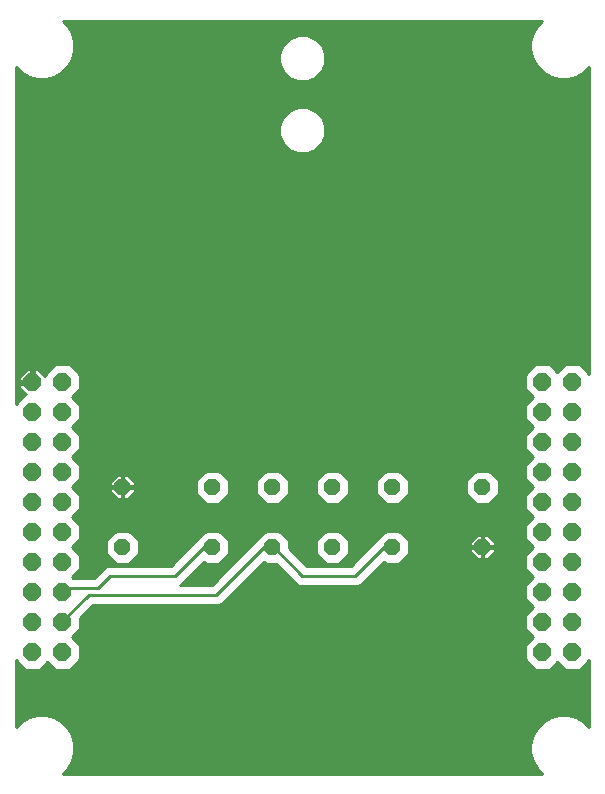
<source format=gbl>
G75*
G70*
%OFA0B0*%
%FSLAX24Y24*%
%IPPOS*%
%LPD*%
%AMOC8*
5,1,8,0,0,1.08239X$1,22.5*
%
%ADD10OC8,0.0520*%
%ADD11OC8,0.0594*%
%ADD12C,0.0100*%
D10*
X004150Y008150D03*
X004150Y010150D03*
X007150Y010150D03*
X007150Y008150D03*
X009150Y008150D03*
X009150Y010150D03*
X011150Y010150D03*
X011150Y008150D03*
X013150Y008150D03*
X013150Y010150D03*
X016150Y010150D03*
X016150Y008150D03*
D11*
X018150Y007650D03*
X018150Y006650D03*
X018150Y005650D03*
X018150Y004650D03*
X019150Y004650D03*
X019150Y005650D03*
X019150Y006650D03*
X019150Y007650D03*
X019150Y008650D03*
X019150Y009650D03*
X019150Y010650D03*
X019150Y011650D03*
X019150Y012650D03*
X019150Y013650D03*
X018150Y013650D03*
X018150Y012650D03*
X018150Y011650D03*
X018150Y010650D03*
X018150Y009650D03*
X018150Y008650D03*
X002150Y008650D03*
X002150Y009650D03*
X002150Y010650D03*
X002150Y011650D03*
X002150Y012650D03*
X002150Y013650D03*
X001150Y013650D03*
X001150Y012650D03*
X001150Y011650D03*
X001150Y010650D03*
X001150Y009650D03*
X001150Y008650D03*
X001150Y007650D03*
X001150Y006650D03*
X001150Y005650D03*
X001150Y004650D03*
X002150Y004650D03*
X002150Y005650D03*
X002150Y006650D03*
X002150Y007650D03*
D12*
X000600Y004370D02*
X000600Y002156D01*
X000775Y002330D01*
X001025Y002475D01*
X001305Y002550D01*
X001595Y002550D01*
X001875Y002475D01*
X002125Y002330D01*
X002330Y002125D01*
X002475Y001875D01*
X002550Y001595D01*
X002550Y001305D01*
X002475Y001025D01*
X002330Y000775D01*
X002156Y000600D01*
X018144Y000600D01*
X017970Y000775D01*
X017825Y001025D01*
X017750Y001305D01*
X017750Y001595D01*
X017825Y001875D01*
X017970Y002125D01*
X018175Y002330D01*
X018425Y002475D01*
X018705Y002550D01*
X018995Y002550D01*
X019275Y002475D01*
X019525Y002330D01*
X019700Y002156D01*
X019700Y004370D01*
X019393Y004063D01*
X018907Y004063D01*
X018650Y004320D01*
X018393Y004063D01*
X017907Y004063D01*
X017563Y004407D01*
X017563Y004893D01*
X017820Y005150D01*
X017563Y005407D01*
X017563Y005893D01*
X017820Y006150D01*
X017563Y006407D01*
X017563Y006893D01*
X017820Y007150D01*
X017563Y007407D01*
X017563Y007893D01*
X017820Y008150D01*
X017563Y008407D01*
X017563Y008893D01*
X017820Y009150D01*
X017563Y009407D01*
X017563Y009893D01*
X017820Y010150D01*
X017563Y010407D01*
X017563Y010893D01*
X017820Y011150D01*
X017563Y011407D01*
X017563Y011893D01*
X017820Y012150D01*
X017563Y012407D01*
X017563Y012893D01*
X017820Y013150D01*
X017563Y013407D01*
X017563Y013893D01*
X017907Y014237D01*
X018393Y014237D01*
X018650Y013980D01*
X018907Y014237D01*
X019393Y014237D01*
X019700Y013930D01*
X019700Y024144D01*
X019525Y023970D01*
X019275Y023825D01*
X018995Y023750D01*
X018705Y023750D01*
X018425Y023825D01*
X018175Y023970D01*
X017970Y024175D01*
X017825Y024425D01*
X017750Y024705D01*
X017750Y024995D01*
X017825Y025275D01*
X017970Y025525D01*
X018144Y025700D01*
X002156Y025700D01*
X002330Y025525D01*
X002475Y025275D01*
X002550Y024995D01*
X002550Y024705D01*
X002475Y024425D01*
X002330Y024175D01*
X002125Y023970D01*
X001875Y023825D01*
X001595Y023750D01*
X001305Y023750D01*
X001025Y023825D01*
X000775Y023970D01*
X000600Y024144D01*
X000600Y012930D01*
X000907Y013237D01*
X000931Y013237D01*
X000703Y013465D01*
X000703Y013602D01*
X001102Y013602D01*
X001102Y013698D01*
X000703Y013698D01*
X000703Y013835D01*
X000965Y014097D01*
X001102Y014097D01*
X001102Y013698D01*
X001198Y013698D01*
X001198Y014097D01*
X001335Y014097D01*
X001563Y013869D01*
X001563Y013893D01*
X001907Y014237D01*
X002393Y014237D01*
X002737Y013893D01*
X002737Y013407D01*
X002480Y013150D01*
X002737Y012893D01*
X002737Y012407D01*
X002480Y012150D01*
X002737Y011893D01*
X002737Y011407D01*
X002480Y011150D01*
X002737Y010893D01*
X002737Y010407D01*
X002480Y010150D01*
X002737Y009893D01*
X002737Y009407D01*
X002480Y009150D01*
X002737Y008893D01*
X002737Y008407D01*
X002480Y008150D01*
X002737Y007893D01*
X002737Y007407D01*
X002480Y007150D01*
X002500Y007130D01*
X003209Y007130D01*
X003462Y007383D01*
X003462Y007383D01*
X003557Y007478D01*
X003682Y007530D01*
X005769Y007530D01*
X006582Y008343D01*
X006600Y008361D01*
X006600Y008378D01*
X006922Y008700D01*
X007378Y008700D01*
X007700Y008378D01*
X007700Y007922D01*
X007378Y007600D01*
X006922Y007600D01*
X006862Y007661D01*
X006103Y006902D01*
X006074Y006890D01*
X007129Y006890D01*
X008582Y008343D01*
X008600Y008361D01*
X008600Y008378D01*
X008922Y008700D01*
X009378Y008700D01*
X009700Y008378D01*
X009700Y008121D01*
X010291Y007530D01*
X011769Y007530D01*
X012582Y008343D01*
X012600Y008361D01*
X012600Y008378D01*
X012922Y008700D01*
X013378Y008700D01*
X013700Y008378D01*
X013700Y007922D01*
X013378Y007600D01*
X012922Y007600D01*
X012862Y007661D01*
X012103Y006902D01*
X011978Y006850D01*
X010082Y006850D01*
X009957Y006902D01*
X009862Y006997D01*
X009259Y007600D01*
X008922Y007600D01*
X008862Y007661D01*
X007463Y006262D01*
X007338Y006210D01*
X003171Y006210D01*
X002737Y005776D01*
X002737Y005407D01*
X002480Y005150D01*
X002737Y004893D01*
X002737Y004407D01*
X002393Y004063D01*
X001907Y004063D01*
X001650Y004320D01*
X001393Y004063D01*
X000907Y004063D01*
X000600Y004370D01*
X000600Y004287D02*
X000683Y004287D01*
X000600Y004189D02*
X000782Y004189D01*
X000880Y004090D02*
X000600Y004090D01*
X000600Y003992D02*
X019700Y003992D01*
X019700Y004090D02*
X019420Y004090D01*
X019518Y004189D02*
X019700Y004189D01*
X019700Y004287D02*
X019617Y004287D01*
X019700Y003893D02*
X000600Y003893D01*
X000600Y003795D02*
X019700Y003795D01*
X019700Y003696D02*
X000600Y003696D01*
X000600Y003598D02*
X019700Y003598D01*
X019700Y003499D02*
X000600Y003499D01*
X000600Y003401D02*
X019700Y003401D01*
X019700Y003302D02*
X000600Y003302D01*
X000600Y003204D02*
X019700Y003204D01*
X019700Y003105D02*
X000600Y003105D01*
X000600Y003007D02*
X019700Y003007D01*
X019700Y002908D02*
X000600Y002908D01*
X000600Y002810D02*
X019700Y002810D01*
X019700Y002711D02*
X000600Y002711D01*
X000600Y002613D02*
X019700Y002613D01*
X019700Y002514D02*
X019129Y002514D01*
X019378Y002416D02*
X019700Y002416D01*
X019700Y002317D02*
X019539Y002317D01*
X019637Y002219D02*
X019700Y002219D01*
X018571Y002514D02*
X001729Y002514D01*
X001978Y002416D02*
X018322Y002416D01*
X018161Y002317D02*
X002139Y002317D01*
X002237Y002219D02*
X018063Y002219D01*
X017967Y002120D02*
X002333Y002120D01*
X002390Y002022D02*
X017910Y002022D01*
X017853Y001923D02*
X002447Y001923D01*
X002488Y001825D02*
X017812Y001825D01*
X017785Y001726D02*
X002515Y001726D01*
X002541Y001628D02*
X017759Y001628D01*
X017750Y001529D02*
X002550Y001529D01*
X002550Y001431D02*
X017750Y001431D01*
X017750Y001332D02*
X002550Y001332D01*
X002531Y001234D02*
X017769Y001234D01*
X017796Y001135D02*
X002504Y001135D01*
X002478Y001037D02*
X017822Y001037D01*
X017875Y000938D02*
X002425Y000938D01*
X002368Y000840D02*
X017932Y000840D01*
X018003Y000741D02*
X002297Y000741D01*
X002198Y000643D02*
X018102Y000643D01*
X017880Y004090D02*
X002420Y004090D01*
X002518Y004189D02*
X017782Y004189D01*
X017683Y004287D02*
X002617Y004287D01*
X002715Y004386D02*
X017585Y004386D01*
X017563Y004484D02*
X002737Y004484D01*
X002737Y004583D02*
X017563Y004583D01*
X017563Y004681D02*
X002737Y004681D01*
X002737Y004780D02*
X017563Y004780D01*
X017563Y004878D02*
X002737Y004878D01*
X002653Y004977D02*
X017647Y004977D01*
X017745Y005075D02*
X002555Y005075D01*
X002503Y005174D02*
X017797Y005174D01*
X017698Y005272D02*
X002602Y005272D01*
X002700Y005371D02*
X017600Y005371D01*
X017563Y005469D02*
X002737Y005469D01*
X002737Y005568D02*
X017563Y005568D01*
X017563Y005666D02*
X002737Y005666D01*
X002737Y005765D02*
X017563Y005765D01*
X017563Y005863D02*
X002824Y005863D01*
X002922Y005962D02*
X017632Y005962D01*
X017730Y006060D02*
X003021Y006060D01*
X003119Y006159D02*
X017812Y006159D01*
X017713Y006257D02*
X007451Y006257D01*
X007556Y006356D02*
X017615Y006356D01*
X017563Y006454D02*
X007655Y006454D01*
X007753Y006553D02*
X017563Y006553D01*
X017563Y006651D02*
X007852Y006651D01*
X007950Y006750D02*
X017563Y006750D01*
X017563Y006848D02*
X008049Y006848D01*
X008147Y006947D02*
X009913Y006947D01*
X009814Y007045D02*
X008246Y007045D01*
X008344Y007144D02*
X009716Y007144D01*
X009617Y007242D02*
X008443Y007242D01*
X008541Y007341D02*
X009519Y007341D01*
X009420Y007439D02*
X008640Y007439D01*
X008738Y007538D02*
X009322Y007538D01*
X008886Y007636D02*
X008837Y007636D01*
X008870Y008150D02*
X009150Y008150D01*
X009190Y008150D01*
X010150Y007190D01*
X011910Y007190D01*
X012870Y008150D01*
X013150Y008150D01*
X012843Y008621D02*
X011457Y008621D01*
X011378Y008700D02*
X010922Y008700D01*
X010600Y008378D01*
X010600Y007922D01*
X010922Y007600D01*
X011378Y007600D01*
X011700Y007922D01*
X011700Y008378D01*
X011378Y008700D01*
X011555Y008523D02*
X012745Y008523D01*
X012646Y008424D02*
X011654Y008424D01*
X011700Y008326D02*
X012565Y008326D01*
X012466Y008227D02*
X011700Y008227D01*
X011700Y008129D02*
X012368Y008129D01*
X012269Y008030D02*
X011700Y008030D01*
X011700Y007932D02*
X012171Y007932D01*
X012072Y007833D02*
X011611Y007833D01*
X011512Y007735D02*
X011974Y007735D01*
X011875Y007636D02*
X011414Y007636D01*
X011777Y007538D02*
X010283Y007538D01*
X010185Y007636D02*
X010886Y007636D01*
X010788Y007735D02*
X010086Y007735D01*
X009988Y007833D02*
X010689Y007833D01*
X010600Y007932D02*
X009889Y007932D01*
X009791Y008030D02*
X010600Y008030D01*
X010600Y008129D02*
X009700Y008129D01*
X009700Y008227D02*
X010600Y008227D01*
X010600Y008326D02*
X009700Y008326D01*
X009654Y008424D02*
X010646Y008424D01*
X010745Y008523D02*
X009555Y008523D01*
X009457Y008621D02*
X010843Y008621D01*
X010922Y009600D02*
X011378Y009600D01*
X011700Y009922D01*
X011700Y010378D01*
X011378Y010700D01*
X010922Y010700D01*
X010600Y010378D01*
X010600Y009922D01*
X010922Y009600D01*
X010916Y009606D02*
X009384Y009606D01*
X009378Y009600D02*
X009700Y009922D01*
X009700Y010378D01*
X009378Y010700D01*
X008922Y010700D01*
X008600Y010378D01*
X008600Y009922D01*
X008922Y009600D01*
X009378Y009600D01*
X009482Y009705D02*
X010818Y009705D01*
X010719Y009803D02*
X009581Y009803D01*
X009679Y009902D02*
X010621Y009902D01*
X010600Y010000D02*
X009700Y010000D01*
X009700Y010099D02*
X010600Y010099D01*
X010600Y010197D02*
X009700Y010197D01*
X009700Y010296D02*
X010600Y010296D01*
X010616Y010394D02*
X009684Y010394D01*
X009585Y010493D02*
X010715Y010493D01*
X010813Y010591D02*
X009487Y010591D01*
X009388Y010690D02*
X010912Y010690D01*
X011388Y010690D02*
X012912Y010690D01*
X012922Y010700D02*
X012600Y010378D01*
X012600Y009922D01*
X012922Y009600D01*
X013378Y009600D01*
X013700Y009922D01*
X013700Y010378D01*
X013378Y010700D01*
X012922Y010700D01*
X012813Y010591D02*
X011487Y010591D01*
X011585Y010493D02*
X012715Y010493D01*
X012616Y010394D02*
X011684Y010394D01*
X011700Y010296D02*
X012600Y010296D01*
X012600Y010197D02*
X011700Y010197D01*
X011700Y010099D02*
X012600Y010099D01*
X012600Y010000D02*
X011700Y010000D01*
X011679Y009902D02*
X012621Y009902D01*
X012719Y009803D02*
X011581Y009803D01*
X011482Y009705D02*
X012818Y009705D01*
X012916Y009606D02*
X011384Y009606D01*
X012837Y007636D02*
X012886Y007636D01*
X012738Y007538D02*
X017563Y007538D01*
X017563Y007636D02*
X013414Y007636D01*
X013512Y007735D02*
X017563Y007735D01*
X017563Y007833D02*
X016413Y007833D01*
X016320Y007740D02*
X016180Y007740D01*
X016180Y008120D01*
X016180Y008180D01*
X016560Y008180D01*
X016560Y008320D01*
X016320Y008560D01*
X016180Y008560D01*
X016180Y008180D01*
X016120Y008180D01*
X016120Y008560D01*
X015980Y008560D01*
X015740Y008320D01*
X015740Y008180D01*
X016120Y008180D01*
X016120Y008120D01*
X016180Y008120D01*
X016560Y008120D01*
X016560Y007980D01*
X016320Y007740D01*
X016180Y007833D02*
X016120Y007833D01*
X016120Y007740D02*
X015980Y007740D01*
X015740Y007980D01*
X015740Y008120D01*
X016120Y008120D01*
X016120Y007740D01*
X016120Y007932D02*
X016180Y007932D01*
X016180Y008030D02*
X016120Y008030D01*
X016120Y008129D02*
X013700Y008129D01*
X013700Y008227D02*
X015740Y008227D01*
X015746Y008326D02*
X013700Y008326D01*
X013654Y008424D02*
X015844Y008424D01*
X015943Y008523D02*
X013555Y008523D01*
X013457Y008621D02*
X017563Y008621D01*
X017563Y008523D02*
X016357Y008523D01*
X016456Y008424D02*
X017563Y008424D01*
X017645Y008326D02*
X016554Y008326D01*
X016560Y008227D02*
X017743Y008227D01*
X017799Y008129D02*
X016180Y008129D01*
X016180Y008227D02*
X016120Y008227D01*
X016120Y008326D02*
X016180Y008326D01*
X016180Y008424D02*
X016120Y008424D01*
X016120Y008523D02*
X016180Y008523D01*
X016560Y008030D02*
X017700Y008030D01*
X017602Y007932D02*
X016511Y007932D01*
X015887Y007833D02*
X013611Y007833D01*
X013700Y007932D02*
X015789Y007932D01*
X015740Y008030D02*
X013700Y008030D01*
X012640Y007439D02*
X017563Y007439D01*
X017630Y007341D02*
X012541Y007341D01*
X012443Y007242D02*
X017728Y007242D01*
X017814Y007144D02*
X012344Y007144D01*
X012246Y007045D02*
X017715Y007045D01*
X017617Y006947D02*
X012147Y006947D01*
X013384Y009606D02*
X015916Y009606D01*
X015922Y009600D02*
X016378Y009600D01*
X016700Y009922D01*
X016700Y010378D01*
X016378Y010700D01*
X015922Y010700D01*
X015600Y010378D01*
X015600Y009922D01*
X015922Y009600D01*
X015818Y009705D02*
X013482Y009705D01*
X013581Y009803D02*
X015719Y009803D01*
X015621Y009902D02*
X013679Y009902D01*
X013700Y010000D02*
X015600Y010000D01*
X015600Y010099D02*
X013700Y010099D01*
X013700Y010197D02*
X015600Y010197D01*
X015600Y010296D02*
X013700Y010296D01*
X013684Y010394D02*
X015616Y010394D01*
X015715Y010493D02*
X013585Y010493D01*
X013487Y010591D02*
X015813Y010591D01*
X015912Y010690D02*
X013388Y010690D01*
X016388Y010690D02*
X017563Y010690D01*
X017563Y010788D02*
X002737Y010788D01*
X002737Y010690D02*
X006912Y010690D01*
X006922Y010700D02*
X006600Y010378D01*
X006600Y009922D01*
X006922Y009600D01*
X007378Y009600D01*
X007700Y009922D01*
X007700Y010378D01*
X007378Y010700D01*
X006922Y010700D01*
X006813Y010591D02*
X002737Y010591D01*
X002737Y010493D02*
X003913Y010493D01*
X003980Y010560D02*
X003740Y010320D01*
X003740Y010180D01*
X004120Y010180D01*
X004120Y010560D01*
X003980Y010560D01*
X004120Y010493D02*
X004180Y010493D01*
X004180Y010560D02*
X004180Y010180D01*
X004560Y010180D01*
X004560Y010320D01*
X004320Y010560D01*
X004180Y010560D01*
X004180Y010394D02*
X004120Y010394D01*
X004120Y010296D02*
X004180Y010296D01*
X004180Y010197D02*
X004120Y010197D01*
X004120Y010180D02*
X004180Y010180D01*
X004180Y010120D01*
X004560Y010120D01*
X004560Y009980D01*
X004320Y009740D01*
X004180Y009740D01*
X004180Y010120D01*
X004120Y010120D01*
X004120Y009740D01*
X003980Y009740D01*
X003740Y009980D01*
X003740Y010120D01*
X004120Y010120D01*
X004120Y010180D01*
X004120Y010099D02*
X004180Y010099D01*
X004180Y010000D02*
X004120Y010000D01*
X004120Y009902D02*
X004180Y009902D01*
X004180Y009803D02*
X004120Y009803D01*
X003917Y009803D02*
X002737Y009803D01*
X002737Y009705D02*
X006818Y009705D01*
X006719Y009803D02*
X004383Y009803D01*
X004481Y009902D02*
X006621Y009902D01*
X006600Y010000D02*
X004560Y010000D01*
X004560Y010099D02*
X006600Y010099D01*
X006600Y010197D02*
X004560Y010197D01*
X004560Y010296D02*
X006600Y010296D01*
X006616Y010394D02*
X004486Y010394D01*
X004387Y010493D02*
X006715Y010493D01*
X007388Y010690D02*
X008912Y010690D01*
X008813Y010591D02*
X007487Y010591D01*
X007585Y010493D02*
X008715Y010493D01*
X008616Y010394D02*
X007684Y010394D01*
X007700Y010296D02*
X008600Y010296D01*
X008600Y010197D02*
X007700Y010197D01*
X007700Y010099D02*
X008600Y010099D01*
X008600Y010000D02*
X007700Y010000D01*
X007679Y009902D02*
X008621Y009902D01*
X008719Y009803D02*
X007581Y009803D01*
X007482Y009705D02*
X008818Y009705D01*
X008916Y009606D02*
X007384Y009606D01*
X006916Y009606D02*
X002737Y009606D01*
X002737Y009508D02*
X017563Y009508D01*
X017563Y009606D02*
X016384Y009606D01*
X016482Y009705D02*
X017563Y009705D01*
X017563Y009803D02*
X016581Y009803D01*
X016679Y009902D02*
X017572Y009902D01*
X017670Y010000D02*
X016700Y010000D01*
X016700Y010099D02*
X017769Y010099D01*
X017773Y010197D02*
X016700Y010197D01*
X016700Y010296D02*
X017675Y010296D01*
X017576Y010394D02*
X016684Y010394D01*
X016585Y010493D02*
X017563Y010493D01*
X017563Y010591D02*
X016487Y010591D01*
X017563Y010887D02*
X002737Y010887D01*
X002645Y010985D02*
X017655Y010985D01*
X017754Y011084D02*
X002546Y011084D01*
X002512Y011182D02*
X017788Y011182D01*
X017690Y011281D02*
X002610Y011281D01*
X002709Y011379D02*
X017591Y011379D01*
X017563Y011478D02*
X002737Y011478D01*
X002737Y011576D02*
X017563Y011576D01*
X017563Y011675D02*
X002737Y011675D01*
X002737Y011773D02*
X017563Y011773D01*
X017563Y011872D02*
X002737Y011872D01*
X002660Y011970D02*
X017640Y011970D01*
X017739Y012069D02*
X002561Y012069D01*
X002497Y012167D02*
X017803Y012167D01*
X017705Y012266D02*
X002595Y012266D01*
X002694Y012364D02*
X017606Y012364D01*
X017563Y012463D02*
X002737Y012463D01*
X002737Y012561D02*
X017563Y012561D01*
X017563Y012660D02*
X002737Y012660D01*
X002737Y012758D02*
X017563Y012758D01*
X017563Y012857D02*
X002737Y012857D01*
X002675Y012955D02*
X017625Y012955D01*
X017724Y013054D02*
X002576Y013054D01*
X002482Y013152D02*
X017818Y013152D01*
X017720Y013251D02*
X002580Y013251D01*
X002679Y013349D02*
X017621Y013349D01*
X017563Y013448D02*
X002737Y013448D01*
X002737Y013546D02*
X017563Y013546D01*
X017563Y013645D02*
X002737Y013645D01*
X002737Y013743D02*
X017563Y013743D01*
X017563Y013842D02*
X002737Y013842D01*
X002690Y013940D02*
X017610Y013940D01*
X017709Y014039D02*
X002591Y014039D01*
X002493Y014137D02*
X017807Y014137D01*
X017906Y014236D02*
X002394Y014236D01*
X001906Y014236D02*
X000600Y014236D01*
X000600Y014334D02*
X019700Y014334D01*
X019700Y014236D02*
X019394Y014236D01*
X019493Y014137D02*
X019700Y014137D01*
X019700Y014039D02*
X019591Y014039D01*
X019690Y013940D02*
X019700Y013940D01*
X019700Y014433D02*
X000600Y014433D01*
X000600Y014531D02*
X019700Y014531D01*
X019700Y014630D02*
X000600Y014630D01*
X000600Y014728D02*
X019700Y014728D01*
X019700Y014827D02*
X000600Y014827D01*
X000600Y014925D02*
X019700Y014925D01*
X019700Y015024D02*
X000600Y015024D01*
X000600Y015122D02*
X019700Y015122D01*
X019700Y015221D02*
X000600Y015221D01*
X000600Y015319D02*
X019700Y015319D01*
X019700Y015418D02*
X000600Y015418D01*
X000600Y015516D02*
X019700Y015516D01*
X019700Y015615D02*
X000600Y015615D01*
X000600Y015713D02*
X019700Y015713D01*
X019700Y015812D02*
X000600Y015812D01*
X000600Y015910D02*
X019700Y015910D01*
X019700Y016009D02*
X000600Y016009D01*
X000600Y016107D02*
X019700Y016107D01*
X019700Y016206D02*
X000600Y016206D01*
X000600Y016304D02*
X019700Y016304D01*
X019700Y016403D02*
X000600Y016403D01*
X000600Y016501D02*
X019700Y016501D01*
X019700Y016600D02*
X000600Y016600D01*
X000600Y016698D02*
X019700Y016698D01*
X019700Y016797D02*
X000600Y016797D01*
X000600Y016895D02*
X019700Y016895D01*
X019700Y016994D02*
X000600Y016994D01*
X000600Y017092D02*
X019700Y017092D01*
X019700Y017191D02*
X000600Y017191D01*
X000600Y017289D02*
X019700Y017289D01*
X019700Y017388D02*
X000600Y017388D01*
X000600Y017486D02*
X019700Y017486D01*
X019700Y017585D02*
X000600Y017585D01*
X000600Y017683D02*
X019700Y017683D01*
X019700Y017782D02*
X000600Y017782D01*
X000600Y017880D02*
X019700Y017880D01*
X019700Y017979D02*
X000600Y017979D01*
X000600Y018077D02*
X019700Y018077D01*
X019700Y018176D02*
X000600Y018176D01*
X000600Y018274D02*
X019700Y018274D01*
X019700Y018373D02*
X000600Y018373D01*
X000600Y018471D02*
X019700Y018471D01*
X019700Y018570D02*
X000600Y018570D01*
X000600Y018668D02*
X019700Y018668D01*
X019700Y018767D02*
X000600Y018767D01*
X000600Y018865D02*
X019700Y018865D01*
X019700Y018964D02*
X000600Y018964D01*
X000600Y019062D02*
X019700Y019062D01*
X019700Y019161D02*
X000600Y019161D01*
X000600Y019259D02*
X019700Y019259D01*
X019700Y019358D02*
X000600Y019358D01*
X000600Y019456D02*
X019700Y019456D01*
X019700Y019555D02*
X000600Y019555D01*
X000600Y019653D02*
X019700Y019653D01*
X019700Y019752D02*
X000600Y019752D01*
X000600Y019850D02*
X019700Y019850D01*
X019700Y019949D02*
X000600Y019949D01*
X000600Y020047D02*
X019700Y020047D01*
X019700Y020146D02*
X000600Y020146D01*
X000600Y020244D02*
X019700Y020244D01*
X019700Y020343D02*
X000600Y020343D01*
X000600Y020441D02*
X019700Y020441D01*
X019700Y020540D02*
X000600Y020540D01*
X000600Y020638D02*
X019700Y020638D01*
X019700Y020737D02*
X000600Y020737D01*
X000600Y020835D02*
X019700Y020835D01*
X019700Y020934D02*
X000600Y020934D01*
X000600Y021032D02*
X019700Y021032D01*
X019700Y021131D02*
X000600Y021131D01*
X000600Y021229D02*
X019700Y021229D01*
X019700Y021328D02*
X010405Y021328D01*
X010302Y021285D02*
X010583Y021401D01*
X010799Y021617D01*
X010915Y021898D01*
X010915Y022202D01*
X010799Y022483D01*
X010583Y022699D01*
X010302Y022815D01*
X009998Y022815D01*
X009717Y022699D01*
X009501Y022483D01*
X009385Y022202D01*
X009385Y021898D01*
X009501Y021617D01*
X009717Y021401D01*
X009998Y021285D01*
X010302Y021285D01*
X010608Y021426D02*
X019700Y021426D01*
X019700Y021525D02*
X010706Y021525D01*
X010801Y021623D02*
X019700Y021623D01*
X019700Y021722D02*
X010842Y021722D01*
X010883Y021820D02*
X019700Y021820D01*
X019700Y021919D02*
X010915Y021919D01*
X010915Y022017D02*
X019700Y022017D01*
X019700Y022116D02*
X010915Y022116D01*
X010910Y022214D02*
X019700Y022214D01*
X019700Y022313D02*
X010869Y022313D01*
X010828Y022411D02*
X019700Y022411D01*
X019700Y022510D02*
X010772Y022510D01*
X010674Y022608D02*
X019700Y022608D01*
X019700Y022707D02*
X010564Y022707D01*
X010326Y022805D02*
X019700Y022805D01*
X019700Y022904D02*
X000600Y022904D01*
X000600Y023002D02*
X019700Y023002D01*
X019700Y023101D02*
X000600Y023101D01*
X000600Y023199D02*
X019700Y023199D01*
X019700Y023298D02*
X000600Y023298D01*
X000600Y023396D02*
X019700Y023396D01*
X019700Y023495D02*
X000600Y023495D01*
X000600Y023593D02*
X019700Y023593D01*
X019700Y023692D02*
X010318Y023692D01*
X010302Y023685D02*
X010583Y023801D01*
X010799Y024017D01*
X010915Y024298D01*
X010915Y024602D01*
X010799Y024883D01*
X010583Y025099D01*
X010302Y025215D01*
X009998Y025215D01*
X009717Y025099D01*
X009501Y024883D01*
X009385Y024602D01*
X009385Y024298D01*
X009501Y024017D01*
X009717Y023801D01*
X009998Y023685D01*
X010302Y023685D01*
X010556Y023790D02*
X018556Y023790D01*
X018315Y023889D02*
X010670Y023889D01*
X010769Y023987D02*
X018157Y023987D01*
X018059Y024086D02*
X010827Y024086D01*
X010868Y024184D02*
X017964Y024184D01*
X017907Y024283D02*
X010909Y024283D01*
X010915Y024381D02*
X017851Y024381D01*
X017810Y024480D02*
X010915Y024480D01*
X010915Y024578D02*
X017784Y024578D01*
X017758Y024677D02*
X010884Y024677D01*
X010843Y024775D02*
X017750Y024775D01*
X017750Y024874D02*
X010803Y024874D01*
X010710Y024972D02*
X017750Y024972D01*
X017770Y025071D02*
X010611Y025071D01*
X010413Y025169D02*
X017797Y025169D01*
X017823Y025268D02*
X002477Y025268D01*
X002503Y025169D02*
X009887Y025169D01*
X009689Y025071D02*
X002530Y025071D01*
X002550Y024972D02*
X009590Y024972D01*
X009497Y024874D02*
X002550Y024874D01*
X002550Y024775D02*
X009457Y024775D01*
X009416Y024677D02*
X002542Y024677D01*
X002516Y024578D02*
X009385Y024578D01*
X009385Y024480D02*
X002490Y024480D01*
X002449Y024381D02*
X009385Y024381D01*
X009391Y024283D02*
X002393Y024283D01*
X002336Y024184D02*
X009432Y024184D01*
X009473Y024086D02*
X002241Y024086D01*
X002143Y023987D02*
X009531Y023987D01*
X009630Y023889D02*
X001985Y023889D01*
X001744Y023790D02*
X009744Y023790D01*
X009982Y023692D02*
X000600Y023692D01*
X000600Y023790D02*
X001156Y023790D01*
X000915Y023889D02*
X000600Y023889D01*
X000600Y023987D02*
X000757Y023987D01*
X000659Y024086D02*
X000600Y024086D01*
X000600Y022805D02*
X009974Y022805D01*
X009736Y022707D02*
X000600Y022707D01*
X000600Y022608D02*
X009626Y022608D01*
X009528Y022510D02*
X000600Y022510D01*
X000600Y022411D02*
X009472Y022411D01*
X009431Y022313D02*
X000600Y022313D01*
X000600Y022214D02*
X009390Y022214D01*
X009385Y022116D02*
X000600Y022116D01*
X000600Y022017D02*
X009385Y022017D01*
X009385Y021919D02*
X000600Y021919D01*
X000600Y021820D02*
X009417Y021820D01*
X009458Y021722D02*
X000600Y021722D01*
X000600Y021623D02*
X009499Y021623D01*
X009594Y021525D02*
X000600Y021525D01*
X000600Y021426D02*
X009692Y021426D01*
X009895Y021328D02*
X000600Y021328D01*
X002422Y025366D02*
X017878Y025366D01*
X017935Y025465D02*
X002365Y025465D01*
X002293Y025563D02*
X018007Y025563D01*
X018106Y025662D02*
X002194Y025662D01*
X001807Y014137D02*
X000600Y014137D01*
X000600Y014039D02*
X000907Y014039D01*
X000808Y013940D02*
X000600Y013940D01*
X000600Y013842D02*
X000710Y013842D01*
X000703Y013743D02*
X000600Y013743D01*
X000600Y013645D02*
X001102Y013645D01*
X001102Y013743D02*
X001198Y013743D01*
X001198Y013842D02*
X001102Y013842D01*
X001102Y013940D02*
X001198Y013940D01*
X001198Y014039D02*
X001102Y014039D01*
X001393Y014039D02*
X001709Y014039D01*
X001610Y013940D02*
X001492Y013940D01*
X000819Y013349D02*
X000600Y013349D01*
X000600Y013251D02*
X000918Y013251D01*
X000822Y013152D02*
X000600Y013152D01*
X000600Y013054D02*
X000724Y013054D01*
X000625Y012955D02*
X000600Y012955D01*
X000600Y013448D02*
X000721Y013448D01*
X000703Y013546D02*
X000600Y013546D01*
X002724Y010394D02*
X003814Y010394D01*
X003740Y010296D02*
X002625Y010296D01*
X002527Y010197D02*
X003740Y010197D01*
X003740Y010099D02*
X002531Y010099D01*
X002630Y010000D02*
X003740Y010000D01*
X003819Y009902D02*
X002728Y009902D01*
X002737Y009409D02*
X017563Y009409D01*
X017660Y009311D02*
X002640Y009311D01*
X002542Y009212D02*
X017758Y009212D01*
X017784Y009114D02*
X002516Y009114D01*
X002615Y009015D02*
X017685Y009015D01*
X017587Y008917D02*
X002713Y008917D01*
X002737Y008818D02*
X017563Y008818D01*
X017563Y008720D02*
X002737Y008720D01*
X002737Y008621D02*
X003843Y008621D01*
X003922Y008700D02*
X003600Y008378D01*
X003600Y007922D01*
X003922Y007600D01*
X004378Y007600D01*
X004700Y007922D01*
X004700Y008378D01*
X004378Y008700D01*
X003922Y008700D01*
X003745Y008523D02*
X002737Y008523D01*
X002737Y008424D02*
X003646Y008424D01*
X003600Y008326D02*
X002655Y008326D01*
X002557Y008227D02*
X003600Y008227D01*
X003600Y008129D02*
X002501Y008129D01*
X002600Y008030D02*
X003600Y008030D01*
X003600Y007932D02*
X002698Y007932D01*
X002737Y007833D02*
X003689Y007833D01*
X003788Y007735D02*
X002737Y007735D01*
X002737Y007636D02*
X003886Y007636D01*
X003518Y007439D02*
X002737Y007439D01*
X002737Y007538D02*
X005777Y007538D01*
X005875Y007636D02*
X004414Y007636D01*
X004512Y007735D02*
X005974Y007735D01*
X006072Y007833D02*
X004611Y007833D01*
X004700Y007932D02*
X006171Y007932D01*
X006269Y008030D02*
X004700Y008030D01*
X004700Y008129D02*
X006368Y008129D01*
X006466Y008227D02*
X004700Y008227D01*
X004700Y008326D02*
X006565Y008326D01*
X006646Y008424D02*
X004654Y008424D01*
X004555Y008523D02*
X006745Y008523D01*
X006843Y008621D02*
X004457Y008621D01*
X003750Y007190D02*
X005910Y007190D01*
X006870Y008150D01*
X007150Y008150D01*
X007457Y008621D02*
X008843Y008621D01*
X008745Y008523D02*
X007555Y008523D01*
X007654Y008424D02*
X008646Y008424D01*
X008565Y008326D02*
X007700Y008326D01*
X007700Y008227D02*
X008466Y008227D01*
X008368Y008129D02*
X007700Y008129D01*
X007700Y008030D02*
X008269Y008030D01*
X008171Y007932D02*
X007700Y007932D01*
X007611Y007833D02*
X008072Y007833D01*
X007974Y007735D02*
X007512Y007735D01*
X007414Y007636D02*
X007875Y007636D01*
X007777Y007538D02*
X006738Y007538D01*
X006837Y007636D02*
X006886Y007636D01*
X006640Y007439D02*
X007678Y007439D01*
X007580Y007341D02*
X006541Y007341D01*
X006443Y007242D02*
X007481Y007242D01*
X007383Y007144D02*
X006344Y007144D01*
X006246Y007045D02*
X007284Y007045D01*
X007186Y006947D02*
X006147Y006947D01*
X007270Y006550D02*
X008870Y008150D01*
X007270Y006550D02*
X003030Y006550D01*
X002150Y005670D01*
X002150Y005650D01*
X002150Y006650D02*
X002150Y006710D01*
X002230Y006790D01*
X003350Y006790D01*
X003750Y007190D01*
X003420Y007341D02*
X002670Y007341D01*
X002572Y007242D02*
X003321Y007242D01*
X003223Y007144D02*
X002486Y007144D01*
X001683Y004287D02*
X001617Y004287D01*
X001518Y004189D02*
X001782Y004189D01*
X001880Y004090D02*
X001420Y004090D01*
X001171Y002514D02*
X000600Y002514D01*
X000600Y002416D02*
X000922Y002416D01*
X000761Y002317D02*
X000600Y002317D01*
X000600Y002219D02*
X000663Y002219D01*
X018420Y004090D02*
X018880Y004090D01*
X018782Y004189D02*
X018518Y004189D01*
X018617Y004287D02*
X018683Y004287D01*
X018591Y014039D02*
X018709Y014039D01*
X018807Y014137D02*
X018493Y014137D01*
X018394Y014236D02*
X018906Y014236D01*
X019144Y023790D02*
X019700Y023790D01*
X019700Y023889D02*
X019385Y023889D01*
X019543Y023987D02*
X019700Y023987D01*
X019700Y024086D02*
X019641Y024086D01*
M02*

</source>
